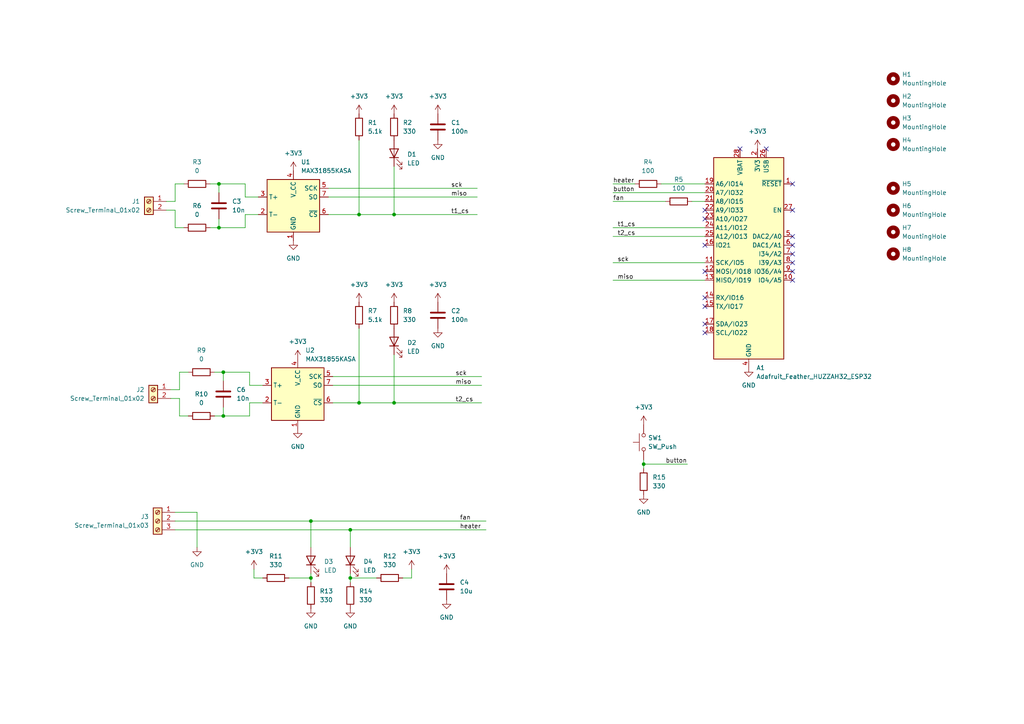
<source format=kicad_sch>
(kicad_sch (version 20230121) (generator eeschema)
  (paper "A4")
  (lib_symbols
    (symbol "Connector:Screw_Terminal_01x02" (pin_names (offset 1.016) hide)
      (property "Reference" "J" (at 0 2.54 0))
      (property "Value" "Screw_Terminal_01x02" (at 0 -5.08 0))
      (symbol "Screw_Terminal_01x02_1_1"
        (rectangle (start -1.27 1.27) (end 1.27 -3.81) (stroke (width 0.254)) (fill (type background)))
        (circle (center 0 -2.54) (radius 0.635) (stroke (width 0.1524)))
        (polyline (pts (xy -0.5334 -2.2098) (xy 0.3302 -3.048)) (stroke (width 0.1524)))
        (polyline (pts (xy -0.5334 0.3302) (xy 0.3302 -0.508)) (stroke (width 0.1524)))
        (polyline (pts (xy -0.3556 -2.032) (xy 0.508 -2.8702)) (stroke (width 0.1524)))
        (polyline (pts (xy -0.3556 0.508) (xy 0.508 -0.3302)) (stroke (width 0.1524)))
        (circle (center 0 0) (radius 0.635) (stroke (width 0.1524)))
        (pin passive line (at -5.08 0 0) (length 3.81) (name "Pin_1") (number "1"))
        (pin passive line (at -5.08 -2.54 0) (length 3.81) (name "Pin_2") (number "2"))
      )
    )
    (symbol "Connector:Screw_Terminal_01x03" (pin_names (offset 1.016) hide)
      (property "Reference" "J" (at 0 5.08 0))
      (property "Value" "Screw_Terminal_01x03" (at 0 -5.08 0))
      (symbol "Screw_Terminal_01x03_1_1"
        (rectangle (start -1.27 3.81) (end 1.27 -3.81) (stroke (width 0.254)) (fill (type background)))
        (circle (center 0 -2.54) (radius 0.635) (stroke (width 0.1524)))
        (polyline (pts (xy -0.5334 -2.2098) (xy 0.3302 -3.048)) (stroke (width 0.1524)))
        (polyline (pts (xy -0.5334 0.3302) (xy 0.3302 -0.508)) (stroke (width 0.1524)))
        (polyline (pts (xy -0.5334 2.8702) (xy 0.3302 2.032)) (stroke (width 0.1524)))
        (polyline (pts (xy -0.3556 -2.032) (xy 0.508 -2.8702)) (stroke (width 0.1524)))
        (polyline (pts (xy -0.3556 0.508) (xy 0.508 -0.3302)) (stroke (width 0.1524)))
        (polyline (pts (xy -0.3556 3.048) (xy 0.508 2.2098)) (stroke (width 0.1524)))
        (circle (center 0 0) (radius 0.635) (stroke (width 0.1524)))
        (circle (center 0 2.54) (radius 0.635) (stroke (width 0.1524)))
        (pin passive line (at -5.08 2.54 0) (length 3.81) (name "Pin_1") (number "1"))
        (pin passive line (at -5.08 0 0) (length 3.81) (name "Pin_2") (number "2"))
        (pin passive line (at -5.08 -2.54 0) (length 3.81) (name "Pin_3") (number "3"))
      )
    )
    (symbol "Device:C" (pin_numbers hide) (pin_names (offset 0.254))
      (property "Reference" "C" (at 0.635 2.54 0))
      (property "Value" "C" (at 0.635 -2.54 0))
      (symbol "C_0_1"
        (polyline (pts (xy -2.032 -0.762) (xy 2.032 -0.762)) (stroke (width 0.508)))
        (polyline (pts (xy -2.032 0.762) (xy 2.032 0.762)) (stroke (width 0.508)))
      )
      (symbol "C_1_1"
        (pin passive line (at 0 3.81 270) (length 2.794) (name "~") (number "1"))
        (pin passive line (at 0 -3.81 90) (length 2.794) (name "~") (number "2"))
      )
    )
    (symbol "Device:LED" (pin_numbers hide) (pin_names (offset 1.016) hide)
      (property "Reference" "D" (at 0 2.54 0))
      (property "Value" "LED" (at 0 -2.54 0))
      (symbol "LED_0_1"
        (polyline (pts (xy -1.27 -1.27) (xy -1.27 1.27)) (stroke (width 0.254)))
        (polyline (pts (xy -1.27 0) (xy 1.27 0)))
        (polyline (pts (xy 1.27 -1.27) (xy 1.27 1.27) (xy -1.27 0) (xy 1.27 -1.27)) (stroke (width 0.254)))
        (polyline (pts (xy -3.048 -0.762) (xy -4.572 -2.286) (xy -3.81 -2.286) (xy -4.572 -2.286) (xy -4.572 -1.524)))
        (polyline (pts (xy -1.778 -0.762) (xy -3.302 -2.286) (xy -2.54 -2.286) (xy -3.302 -2.286) (xy -3.302 -1.524)))
      )
      (symbol "LED_1_1"
        (pin passive line (at -3.81 0 0) (length 2.54) (name "K") (number "1"))
        (pin passive line (at 3.81 0 180) (length 2.54) (name "A") (number "2"))
      )
    )
    (symbol "Device:R" (pin_numbers hide) (pin_names (offset 0))
      (property "Reference" "R" (at 2.032 0 90))
      (property "Value" "R" (at 0 0 90))
      (symbol "R_0_1"
        (rectangle (start -1.016 -2.54) (end 1.016 2.54) (stroke (width 0.254)))
      )
      (symbol "R_1_1"
        (pin passive line (at 0 3.81 270) (length 1.27) (name "~") (number "1"))
        (pin passive line (at 0 -3.81 90) (length 1.27) (name "~") (number "2"))
      )
    )
    (symbol "MCU_Module:Adafruit_Feather_HUZZAH32_ESP32"
      (property "Reference" "A" (at -10.16 29.21 0))
      (property "Value" "Adafruit_Feather_HUZZAH32_ESP32" (at 2.54 -31.75 0))
      (symbol "Adafruit_Feather_HUZZAH32_ESP32_0_1"
        (rectangle (start -10.16 27.94) (end 10.16 -30.48) (stroke (width 0.254)) (fill (type background)))
      )
      (symbol "Adafruit_Feather_HUZZAH32_ESP32_1_1"
        (pin input line (at 12.7 20.32 180) (length 2.54) (name "~{RESET}") (number "1"))
        (pin bidirectional line (at 12.7 -7.62 180) (length 2.54) (name "IO4/A5") (number "10"))
        (pin bidirectional line (at -12.7 -2.54 0) (length 2.54) (name "SCK/IO5") (number "11"))
        (pin bidirectional line (at -12.7 -5.08 0) (length 2.54) (name "MOSI/IO18") (number "12"))
        (pin bidirectional line (at -12.7 -7.62 0) (length 2.54) (name "MISO/IO19") (number "13"))
        (pin bidirectional line (at -12.7 -12.7 0) (length 2.54) (name "RX/IO16") (number "14"))
        (pin bidirectional line (at -12.7 -15.24 0) (length 2.54) (name "TX/IO17") (number "15"))
        (pin bidirectional line (at -12.7 2.54 0) (length 2.54) (name "IO21") (number "16"))
        (pin bidirectional line (at -12.7 -20.32 0) (length 2.54) (name "SDA/IO23") (number "17"))
        (pin bidirectional line (at -12.7 -22.86 0) (length 2.54) (name "SCL/IO22") (number "18"))
        (pin bidirectional line (at -12.7 20.32 0) (length 2.54) (name "A6/IO14") (number "19"))
        (pin power_in line (at 2.54 30.48 270) (length 2.54) (name "3V3") (number "2"))
        (pin bidirectional line (at -12.7 17.78 0) (length 2.54) (name "A7/IO32") (number "20"))
        (pin bidirectional line (at -12.7 15.24 0) (length 2.54) (name "A8/IO15") (number "21"))
        (pin bidirectional line (at -12.7 12.7 0) (length 2.54) (name "A9/IO33") (number "22"))
        (pin bidirectional line (at -12.7 10.16 0) (length 2.54) (name "A10/IO27") (number "23"))
        (pin bidirectional line (at -12.7 7.62 0) (length 2.54) (name "A11/IO12") (number "24"))
        (pin bidirectional line (at -12.7 5.08 0) (length 2.54) (name "A12/IO13") (number "25"))
        (pin power_in line (at 5.08 30.48 270) (length 2.54) (name "USB") (number "26"))
        (pin input line (at 12.7 12.7 180) (length 2.54) (name "EN") (number "27"))
        (pin power_in line (at -2.54 30.48 270) (length 2.54) (name "VBAT") (number "28"))
        (pin no_connect line (at 10.16 10.16 180) (length 2.54) hide (name "NC") (number "3"))
        (pin power_in line (at 0 -33.02 90) (length 2.54) (name "GND") (number "4"))
        (pin bidirectional line (at 12.7 5.08 180) (length 2.54) (name "DAC2/A0") (number "5"))
        (pin bidirectional line (at 12.7 2.54 180) (length 2.54) (name "DAC1/A1") (number "6"))
        (pin bidirectional line (at 12.7 0 180) (length 2.54) (name "I34/A2") (number "7"))
        (pin bidirectional line (at 12.7 -2.54 180) (length 2.54) (name "I39/A3") (number "8"))
        (pin bidirectional line (at 12.7 -5.08 180) (length 2.54) (name "IO36/A4") (number "9"))
      )
    )
    (symbol "Mechanical:MountingHole" (pin_names (offset 1.016))
      (property "Reference" "H" (at 0 5.08 0))
      (property "Value" "MountingHole" (at 0 3.175 0))
      (symbol "MountingHole_0_1"
        (circle (center 0 0) (radius 1.27) (stroke (width 1.27)))
      )
    )
    (symbol "Sensor_Temperature:MAX31855KASA"
      (property "Reference" "U" (at -7.62 8.89 0))
      (property "Value" "MAX31855KASA" (at 1.27 8.89 0))
      (symbol "MAX31855KASA_0_1"
        (rectangle (start -7.62 7.62) (end 7.62 -7.62) (stroke (width 0.254)) (fill (type background)))
      )
      (symbol "MAX31855KASA_1_1"
        (pin power_in line (at 0 -10.16 90) (length 2.54) (name "GND") (number "1"))
        (pin passive line (at -10.16 -2.54 0) (length 2.54) (name "T-") (number "2"))
        (pin passive line (at -10.16 2.54 0) (length 2.54) (name "T+") (number "3"))
        (pin power_in line (at 0 10.16 270) (length 2.54) (name "V_CC") (number "4"))
        (pin input line (at 10.16 5.08 180) (length 2.54) (name "SCK") (number "5"))
        (pin input line (at 10.16 -2.54 180) (length 2.54) (name "~{CS}") (number "6"))
        (pin tri_state line (at 10.16 2.54 180) (length 2.54) (name "SO") (number "7"))
      )
    )
    (symbol "Switch:SW_Push" (pin_numbers hide) (pin_names (offset 1.016) hide)
      (property "Reference" "SW" (at 1.27 2.54 0))
      (property "Value" "SW_Push" (at 0 -1.524 0))
      (symbol "SW_Push_0_1"
        (circle (center -2.032 0) (radius 0.508))
        (polyline (pts (xy 0 1.27) (xy 0 3.048)))
        (polyline (pts (xy 2.54 1.27) (xy -2.54 1.27)))
        (circle (center 2.032 0) (radius 0.508))
        (pin passive line (at -5.08 0 0) (length 2.54) (name "1") (number "1"))
        (pin passive line (at 5.08 0 180) (length 2.54) (name "2") (number "2"))
      )
    )
    (symbol "power:+3V3" (power) (pin_names (offset 0))
      (property "Value" "+3V3" (at 0 3.556 0))
      (symbol "+3V3_0_1"
        (polyline (pts (xy -0.762 1.27) (xy 0 2.54)))
        (polyline (pts (xy 0 0) (xy 0 2.54)))
        (polyline (pts (xy 0 2.54) (xy 0.762 1.27)))
      )
      (symbol "+3V3_1_1"
        (pin power_in line (at 0 0 90) (length 0) hide (name "+3V3") (number "1"))
      )
    )
    (symbol "power:GND" (power) (pin_names (offset 0))
      (property "Value" "GND" (at 0 -3.81 0))
      (symbol "GND_0_1"
        (polyline (pts (xy 0 0) (xy 0 -1.27) (xy 1.27 -1.27) (xy 0 -2.54) (xy -1.27 -1.27) (xy 0 -1.27)))
      )
      (symbol "GND_1_1"
        (pin power_in line (at 0 0 270) (length 0) hide (name "GND") (number "1"))
      )
    )
  )
  (junction (at 104.14 62.23))
  (junction (at 101.6 153.67))
  (junction (at 90.17 167.64))
  (junction (at 63.5 53.34))
  (junction (at 64.77 120.65))
  (junction (at 64.77 107.95))
  (junction (at 104.14 116.84))
  (junction (at 90.17 151.13))
  (junction (at 63.5 66.04))
  (junction (at 186.69 134.62))
  (junction (at 114.3 116.84))
  (junction (at 114.3 62.23))
  (junction (at 101.6 167.64))
  (no_connect (at 204.47 86.36))
  (no_connect (at 204.47 96.52))
  (no_connect (at 229.87 60.96))
  (no_connect (at 222.25 43.18))
  (no_connect (at 229.87 53.34))
  (no_connect (at 204.47 93.98))
  (no_connect (at 229.87 76.2))
  (no_connect (at 204.47 78.74))
  (no_connect (at 229.87 81.28))
  (no_connect (at 204.47 71.12))
  (no_connect (at 204.47 63.5))
  (no_connect (at 229.87 68.58))
  (no_connect (at 214.63 43.18))
  (no_connect (at 229.87 73.66))
  (no_connect (at 229.87 71.12))
  (no_connect (at 204.47 88.9))
  (no_connect (at 204.47 60.96))
  (no_connect (at 229.87 78.74))
  (wire (pts (xy 50.8 53.34) (xy 53.34 53.34)))
  (wire (pts (xy 76.2 116.84) (xy 72.39 116.84)))
  (wire (pts (xy 114.3 62.23) (xy 138.43 62.23)))
  (wire (pts (xy 104.14 95.25) (xy 104.14 116.84)))
  (wire (pts (xy 60.96 53.34) (xy 63.5 53.34)))
  (wire (pts (xy 177.8 55.88) (xy 204.47 55.88)))
  (wire (pts (xy 116.84 167.64) (xy 119.38 167.64)))
  (wire (pts (xy 177.8 81.28) (xy 204.47 81.28)))
  (wire (pts (xy 114.3 116.84) (xy 139.7 116.84)))
  (wire (pts (xy 52.07 115.57) (xy 52.07 120.65)))
  (wire (pts (xy 101.6 153.67) (xy 101.6 158.75)))
  (wire (pts (xy 64.77 120.65) (xy 72.39 120.65)))
  (wire (pts (xy 72.39 111.76) (xy 72.39 107.95)))
  (wire (pts (xy 64.77 120.65) (xy 64.77 118.11)))
  (wire (pts (xy 186.69 133.35) (xy 186.69 134.62)))
  (wire (pts (xy 101.6 168.91) (xy 101.6 167.64)))
  (wire (pts (xy 186.69 134.62) (xy 199.39 134.62)))
  (wire (pts (xy 101.6 153.67) (xy 140.97 153.67)))
  (wire (pts (xy 63.5 66.04) (xy 63.5 63.5)))
  (wire (pts (xy 90.17 151.13) (xy 90.17 158.75)))
  (wire (pts (xy 71.12 62.23) (xy 71.12 66.04)))
  (wire (pts (xy 48.26 58.42) (xy 50.8 58.42)))
  (wire (pts (xy 96.52 116.84) (xy 104.14 116.84)))
  (wire (pts (xy 50.8 153.67) (xy 101.6 153.67)))
  (wire (pts (xy 52.07 107.95) (xy 54.61 107.95)))
  (wire (pts (xy 60.96 66.04) (xy 63.5 66.04)))
  (wire (pts (xy 72.39 116.84) (xy 72.39 120.65)))
  (wire (pts (xy 104.14 40.64) (xy 104.14 62.23)))
  (wire (pts (xy 63.5 53.34) (xy 71.12 53.34)))
  (wire (pts (xy 177.8 58.42) (xy 193.04 58.42)))
  (wire (pts (xy 52.07 113.03) (xy 52.07 107.95)))
  (wire (pts (xy 76.2 111.76) (xy 72.39 111.76)))
  (wire (pts (xy 50.8 58.42) (xy 50.8 53.34)))
  (wire (pts (xy 96.52 109.22) (xy 139.7 109.22)))
  (wire (pts (xy 74.93 62.23) (xy 71.12 62.23)))
  (wire (pts (xy 62.23 107.95) (xy 64.77 107.95)))
  (wire (pts (xy 177.8 68.58) (xy 204.47 68.58)))
  (wire (pts (xy 104.14 116.84) (xy 114.3 116.84)))
  (wire (pts (xy 73.66 165.1) (xy 73.66 167.64)))
  (wire (pts (xy 177.8 53.34) (xy 184.15 53.34)))
  (wire (pts (xy 74.93 57.15) (xy 71.12 57.15)))
  (wire (pts (xy 64.77 107.95) (xy 72.39 107.95)))
  (wire (pts (xy 186.69 134.62) (xy 186.69 135.89)))
  (wire (pts (xy 83.82 167.64) (xy 90.17 167.64)))
  (wire (pts (xy 101.6 167.64) (xy 101.6 166.37)))
  (wire (pts (xy 95.25 54.61) (xy 138.43 54.61)))
  (wire (pts (xy 96.52 111.76) (xy 139.7 111.76)))
  (wire (pts (xy 90.17 168.91) (xy 90.17 167.64)))
  (wire (pts (xy 177.8 66.04) (xy 204.47 66.04)))
  (wire (pts (xy 57.15 148.59) (xy 50.8 148.59)))
  (wire (pts (xy 73.66 167.64) (xy 76.2 167.64)))
  (wire (pts (xy 63.5 66.04) (xy 71.12 66.04)))
  (wire (pts (xy 48.26 60.96) (xy 50.8 60.96)))
  (wire (pts (xy 104.14 62.23) (xy 114.3 62.23)))
  (wire (pts (xy 101.6 167.64) (xy 109.22 167.64)))
  (wire (pts (xy 50.8 66.04) (xy 53.34 66.04)))
  (wire (pts (xy 114.3 62.23) (xy 114.3 48.26)))
  (wire (pts (xy 49.53 115.57) (xy 52.07 115.57)))
  (wire (pts (xy 63.5 53.34) (xy 63.5 55.88)))
  (wire (pts (xy 64.77 107.95) (xy 64.77 110.49)))
  (wire (pts (xy 71.12 57.15) (xy 71.12 53.34)))
  (wire (pts (xy 49.53 113.03) (xy 52.07 113.03)))
  (wire (pts (xy 50.8 151.13) (xy 90.17 151.13)))
  (wire (pts (xy 119.38 167.64) (xy 119.38 165.1)))
  (wire (pts (xy 114.3 102.87) (xy 114.3 116.84)))
  (wire (pts (xy 95.25 57.15) (xy 138.43 57.15)))
  (wire (pts (xy 90.17 151.13) (xy 140.97 151.13)))
  (wire (pts (xy 50.8 60.96) (xy 50.8 66.04)))
  (wire (pts (xy 57.15 148.59) (xy 57.15 158.75)))
  (wire (pts (xy 177.8 76.2) (xy 204.47 76.2)))
  (wire (pts (xy 62.23 120.65) (xy 64.77 120.65)))
  (wire (pts (xy 95.25 62.23) (xy 104.14 62.23)))
  (wire (pts (xy 52.07 120.65) (xy 54.61 120.65)))
  (wire (pts (xy 200.66 58.42) (xy 204.47 58.42)))
  (wire (pts (xy 90.17 167.64) (xy 90.17 166.37)))
  (wire (pts (xy 191.77 53.34) (xy 204.47 53.34)))
  (label "heater" (at 177.8 53.34 0))
  (label "t2_cs" (at 179.07 68.58 0))
  (label "button" (at 177.8 55.88 0))
  (label "fan" (at 177.8 58.42 0))
  (label "miso" (at 132.08 111.76 0))
  (label "t1_cs" (at 179.07 66.04 0))
  (label "sck" (at 132.08 109.22 0))
  (label "button" (at 193.04 134.62 0))
  (label "miso" (at 179.07 81.28 0))
  (label "t1_cs" (at 130.81 62.23 0))
  (label "heater" (at 133.35 153.67 0))
  (label "t2_cs" (at 132.08 116.84 0))
  (label "sck" (at 179.07 76.2 0))
  (label "miso" (at 130.81 57.15 0))
  (label "fan" (at 133.35 151.13 0))
  (label "sck" (at 130.81 54.61 0))
  (symbol (lib_id "Device:C") (at 129.54 170.18 0) (unit 1)
    (property "Reference" "C4" (at 133.35 168.91 0) (effects (justify left)))
    (property "Value" "10u" (at 133.35 171.45 0) (effects (justify left)))
    (property "Footprint" "Capacitor_SMD:C_0805_2012Metric_Pad1.18x1.45mm_HandSolder" (effects hide))
  )
  (symbol (lib_id "power:+3V3") (at 127 87.63 0) (unit 1)
    (property "Reference" "#PWR04" (effects hide))
    (property "Value" "+3V3" (at 127 82.55 0))
  )
  (symbol (lib_id "Mechanical:MountingHole") (at 259.08 60.96 0) (unit 1)
    (property "Reference" "H6" (at 261.62 59.69 0) (effects (justify left)))
    (property "Value" "MountingHole" (at 261.62 62.23 0) (effects (justify left)))
    (property "Footprint" "MountingHole:MountingHole_3.2mm_M3" (effects hide))
  )
  (symbol (lib_id "Mechanical:MountingHole") (at 259.08 41.91 0) (unit 1)
    (property "Reference" "H4" (at 261.62 40.64 0) (effects (justify left)))
    (property "Value" "MountingHole" (at 261.62 43.18 0) (effects (justify left)))
    (property "Footprint" "MountingHole:MountingHole_2.5mm" (effects hide))
  )
  (symbol (lib_id "Device:R") (at 114.3 36.83 180) (unit 1)
    (property "Reference" "R2" (at 116.84 35.56 0) (effects (justify right)))
    (property "Value" "330" (at 116.84 38.1 0) (effects (justify right)))
    (property "Footprint" "Resistor_SMD:R_0805_2012Metric_Pad1.20x1.40mm_HandSolder" (effects hide))
  )
  (symbol (lib_id "Device:R") (at 114.3 91.44 180) (unit 1)
    (property "Reference" "R8" (at 116.84 90.17 0) (effects (justify right)))
    (property "Value" "330" (at 116.84 92.71 0) (effects (justify right)))
    (property "Footprint" "Resistor_SMD:R_0805_2012Metric_Pad1.20x1.40mm_HandSolder" (effects hide))
  )
  (symbol (lib_id "Device:R") (at 80.01 167.64 270) (unit 1)
    (property "Reference" "R11" (at 80.01 161.29 90))
    (property "Value" "330" (at 80.01 163.83 90))
    (property "Footprint" "Resistor_SMD:R_0805_2012Metric_Pad1.20x1.40mm_HandSolder" (effects hide))
  )
  (symbol (lib_id "power:GND") (at 127 40.64 0) (unit 1)
    (property "Reference" "#PWR05" (effects hide))
    (property "Value" "GND" (at 127 45.72 0))
  )
  (symbol (lib_id "power:+3V3") (at 186.69 123.19 0) (unit 1)
    (property "Reference" "#PWR013" (effects hide))
    (property "Value" "+3V3" (at 186.69 118.11 0))
  )
  (symbol (lib_id "Device:R") (at 90.17 172.72 180) (unit 1)
    (property "Reference" "R13" (at 92.71 171.45 0) (effects (justify right)))
    (property "Value" "330" (at 92.71 173.99 0) (effects (justify right)))
    (property "Footprint" "Resistor_SMD:R_0805_2012Metric_Pad1.20x1.40mm_HandSolder" (effects hide))
  )
  (symbol (lib_id "Device:C") (at 127 91.44 0) (unit 1)
    (property "Reference" "C2" (at 130.81 90.17 0) (effects (justify left)))
    (property "Value" "100n" (at 130.81 92.71 0) (effects (justify left)))
    (property "Footprint" "Capacitor_SMD:C_0805_2012Metric_Pad1.18x1.45mm_HandSolder" (effects hide))
  )
  (symbol (lib_id "Mechanical:MountingHole") (at 259.08 67.31 0) (unit 1)
    (property "Reference" "H7" (at 261.62 66.04 0) (effects (justify left)))
    (property "Value" "MountingHole" (at 261.62 68.58 0) (effects (justify left)))
    (property "Footprint" "MountingHole:MountingHole_3.2mm_M3" (effects hide))
  )
  (symbol (lib_id "Switch:SW_Push") (at 186.69 128.27 90) (unit 1)
    (property "Reference" "SW1" (at 187.96 127 90) (effects (justify right)))
    (property "Value" "SW_Push" (at 187.96 129.54 90) (effects (justify right)))
    (property "Footprint" "Button_Switch_SMD:SW_SPST_B3S-1000" (effects hide))
  )
  (symbol (lib_id "Mechanical:MountingHole") (at 259.08 73.66 0) (unit 1)
    (property "Reference" "H8" (at 261.62 72.39 0) (effects (justify left)))
    (property "Value" "MountingHole" (at 261.62 74.93 0) (effects (justify left)))
    (property "Footprint" "MountingHole:MountingHole_3.2mm_M3" (effects hide))
  )
  (symbol (lib_id "Device:C") (at 63.5 59.69 0) (unit 1)
    (property "Reference" "C3" (at 67.31 58.42 0) (effects (justify left)))
    (property "Value" "10n" (at 67.31 60.96 0) (effects (justify left)))
    (property "Footprint" "Capacitor_SMD:C_0805_2012Metric_Pad1.18x1.45mm_HandSolder" (effects hide))
  )
  (symbol (lib_id "Device:R") (at 104.14 36.83 180) (unit 1)
    (property "Reference" "R1" (at 106.68 35.56 0) (effects (justify right)))
    (property "Value" "5.1k" (at 106.68 38.1 0) (effects (justify right)))
    (property "Footprint" "Resistor_SMD:R_0805_2012Metric_Pad1.20x1.40mm_HandSolder" (effects hide))
  )
  (symbol (lib_id "power:+3V3") (at 104.14 33.02 0) (unit 1)
    (property "Reference" "#PWR01" (effects hide))
    (property "Value" "+3V3" (at 104.14 27.94 0))
  )
  (symbol (lib_id "power:GND") (at 217.17 106.68 0) (unit 1)
    (property "Reference" "#PWR017" (effects hide))
    (property "Value" "GND" (at 217.17 111.76 0))
  )
  (symbol (lib_id "power:GND") (at 127 95.25 0) (unit 1)
    (property "Reference" "#PWR06" (effects hide))
    (property "Value" "GND" (at 127 100.33 0))
  )
  (symbol (lib_id "power:+3V3") (at 104.14 87.63 0) (unit 1)
    (property "Reference" "#PWR010" (effects hide))
    (property "Value" "+3V3" (at 104.14 82.55 0))
  )
  (symbol (lib_id "power:GND") (at 129.54 173.99 0) (unit 1)
    (property "Reference" "#PWR015" (effects hide))
    (property "Value" "GND" (at 129.54 179.07 0))
  )
  (symbol (lib_id "Mechanical:MountingHole") (at 259.08 35.56 0) (unit 1)
    (property "Reference" "H3" (at 261.62 34.29 0) (effects (justify left)))
    (property "Value" "MountingHole" (at 261.62 36.83 0) (effects (justify left)))
    (property "Footprint" "MountingHole:MountingHole_2.5mm" (effects hide))
  )
  (symbol (lib_id "Connector:Screw_Terminal_01x02") (at 43.18 58.42 0) (mirror y) (unit 1)
    (property "Reference" "J1" (at 40.64 58.42 0) (effects (justify left)))
    (property "Value" "Screw_Terminal_01x02" (at 40.64 60.96 0) (effects (justify left)))
    (property "Footprint" "TerminalBlock_TE-Connectivity:TerminalBlock_TE_282834-2_1x02_P2.54mm_Horizontal" (effects hide))
  )
  (symbol (lib_id "Device:R") (at 113.03 167.64 270) (unit 1)
    (property "Reference" "R12" (at 113.03 161.29 90))
    (property "Value" "330" (at 113.03 163.83 90))
    (property "Footprint" "Resistor_SMD:R_0805_2012Metric_Pad1.20x1.40mm_HandSolder" (effects hide))
  )
  (symbol (lib_id "power:GND") (at 186.69 143.51 0) (unit 1)
    (property "Reference" "#PWR012" (effects hide))
    (property "Value" "GND" (at 186.69 148.59 0))
  )
  (symbol (lib_id "power:GND") (at 101.6 176.53 0) (unit 1)
    (property "Reference" "#PWR023" (effects hide))
    (property "Value" "GND" (at 101.6 181.61 0))
  )
  (symbol (lib_id "Device:R") (at 196.85 58.42 270) (unit 1)
    (property "Reference" "R5" (at 196.85 52.07 90))
    (property "Value" "100" (at 196.85 54.61 90))
    (property "Footprint" "Resistor_SMD:R_0805_2012Metric_Pad1.20x1.40mm_HandSolder" (effects hide))
  )
  (symbol (lib_id "Device:R") (at 58.42 107.95 90) (unit 1)
    (property "Reference" "R9" (at 58.42 101.6 90))
    (property "Value" "0" (at 58.42 104.14 90))
    (property "Footprint" "Resistor_SMD:R_0805_2012Metric_Pad1.20x1.40mm_HandSolder" (effects hide))
  )
  (symbol (lib_id "power:+3V3") (at 127 33.02 0) (unit 1)
    (property "Reference" "#PWR03" (effects hide))
    (property "Value" "+3V3" (at 127 27.94 0))
  )
  (symbol (lib_id "Device:R") (at 104.14 91.44 180) (unit 1)
    (property "Reference" "R7" (at 106.68 90.17 0) (effects (justify right)))
    (property "Value" "5.1k" (at 106.68 92.71 0) (effects (justify right)))
    (property "Footprint" "Resistor_SMD:R_0805_2012Metric_Pad1.20x1.40mm_HandSolder" (effects hide))
  )
  (symbol (lib_id "power:GND") (at 90.17 176.53 0) (unit 1)
    (property "Reference" "#PWR022" (effects hide))
    (property "Value" "GND" (at 90.17 181.61 0))
  )
  (symbol (lib_id "Sensor_Temperature:MAX31855KASA") (at 86.36 114.3 0) (unit 1)
    (property "Reference" "U2" (at 88.5541 101.6 0) (effects (justify left)))
    (property "Value" "MAX31855KASA" (at 88.5541 104.14 0) (effects (justify left)))
    (property "Footprint" "Package_SO:SOIC-8_3.9x4.9mm_P1.27mm" (effects hide))
    (property "Datasheet" "http://datasheets.maximintegrated.com/en/ds/MAX31855.pdf" (effects hide))
  )
  (symbol (lib_id "Device:R") (at 186.69 139.7 0) (unit 1)
    (property "Reference" "R15" (at 189.23 138.43 0) (effects (justify left)))
    (property "Value" "330" (at 189.23 140.97 0) (effects (justify left)))
    (property "Footprint" "Resistor_SMD:R_0805_2012Metric_Pad1.20x1.40mm_HandSolder" (effects hide))
  )
  (symbol (lib_id "Device:R") (at 187.96 53.34 270) (unit 1)
    (property "Reference" "R4" (at 187.96 46.99 90))
    (property "Value" "100" (at 187.96 49.53 90))
    (property "Footprint" "Resistor_SMD:R_0805_2012Metric_Pad1.20x1.40mm_HandSolder" (effects hide))
  )
  (symbol (lib_id "power:+3V3") (at 129.54 166.37 0) (unit 1)
    (property "Reference" "#PWR014" (effects hide))
    (property "Value" "+3V3" (at 129.54 161.29 0))
  )
  (symbol (lib_id "Device:R") (at 57.15 53.34 90) (unit 1)
    (property "Reference" "R3" (at 57.15 46.99 90))
    (property "Value" "0" (at 57.15 49.53 90))
    (property "Footprint" "Resistor_SMD:R_0805_2012Metric_Pad1.20x1.40mm_HandSolder" (effects hide))
  )
  (symbol (lib_id "Device:LED") (at 101.6 162.56 90) (unit 1)
    (property "Reference" "D4" (at 105.41 162.8775 90) (effects (justify right)))
    (property "Value" "LED" (at 105.41 165.4175 90) (effects (justify right)))
    (property "Footprint" "LED_SMD:LED_0805_2012Metric_Pad1.15x1.40mm_HandSolder" (effects hide))
  )
  (symbol (lib_id "Mechanical:MountingHole") (at 259.08 54.61 0) (unit 1)
    (property "Reference" "H5" (at 261.62 53.34 0) (effects (justify left)))
    (property "Value" "MountingHole" (at 261.62 55.88 0) (effects (justify left)))
    (property "Footprint" "MountingHole:MountingHole_3.2mm_M3" (effects hide))
  )
  (symbol (lib_id "power:+3V3") (at 73.66 165.1 0) (unit 1)
    (property "Reference" "#PWR020" (effects hide))
    (property "Value" "+3V3" (at 73.66 160.02 0))
  )
  (symbol (lib_id "power:+3V3") (at 219.71 43.18 0) (unit 1)
    (property "Reference" "#PWR07" (effects hide))
    (property "Value" "+3V3" (at 219.71 38.1 0))
  )
  (symbol (lib_id "power:+3V3") (at 86.36 104.14 0) (unit 1)
    (property "Reference" "#PWR016" (effects hide))
    (property "Value" "+3V3" (at 86.36 99.06 0))
  )
  (symbol (lib_id "Device:LED") (at 90.17 162.56 90) (unit 1)
    (property "Reference" "D3" (at 93.98 162.8775 90) (effects (justify right)))
    (property "Value" "LED" (at 93.98 165.4175 90) (effects (justify right)))
    (property "Footprint" "LED_SMD:LED_0805_2012Metric_Pad1.15x1.40mm_HandSolder" (effects hide))
  )
  (symbol (lib_id "Mechanical:MountingHole") (at 259.08 29.21 0) (unit 1)
    (property "Reference" "H2" (at 261.62 27.94 0) (effects (justify left)))
    (property "Value" "MountingHole" (at 261.62 30.48 0) (effects (justify left)))
    (property "Footprint" "MountingHole:MountingHole_2.5mm" (effects hide))
  )
  (symbol (lib_id "Connector:Screw_Terminal_01x02") (at 44.45 113.03 0) (mirror y) (unit 1)
    (property "Reference" "J2" (at 41.91 113.03 0) (effects (justify left)))
    (property "Value" "Screw_Terminal_01x02" (at 41.91 115.57 0) (effects (justify left)))
    (property "Footprint" "TerminalBlock_TE-Connectivity:TerminalBlock_TE_282834-2_1x02_P2.54mm_Horizontal" (effects hide))
  )
  (symbol (lib_id "power:GND") (at 86.36 124.46 0) (unit 1)
    (property "Reference" "#PWR018" (effects hide))
    (property "Value" "GND" (at 86.36 129.54 0))
  )
  (symbol (lib_id "power:+3V3") (at 85.09 49.53 0) (unit 1)
    (property "Reference" "#PWR08" (effects hide))
    (property "Value" "+3V3" (at 85.09 44.45 0))
  )
  (symbol (lib_id "Device:C") (at 127 36.83 0) (unit 1)
    (property "Reference" "C1" (at 130.81 35.56 0) (effects (justify left)))
    (property "Value" "100n" (at 130.81 38.1 0) (effects (justify left)))
    (property "Footprint" "Capacitor_SMD:C_0805_2012Metric_Pad1.18x1.45mm_HandSolder" (effects hide))
  )
  (symbol (lib_id "Connector:Screw_Terminal_01x03") (at 45.72 151.13 0) (mirror y) (unit 1)
    (property "Reference" "J3" (at 43.18 149.86 0) (effects (justify left)))
    (property "Value" "Screw_Terminal_01x03" (at 43.18 152.4 0) (effects (justify left)))
    (property "Footprint" "TerminalBlock_TE-Connectivity:TerminalBlock_TE_282834-3_1x03_P2.54mm_Horizontal" (effects hide))
  )
  (symbol (lib_id "Device:R") (at 58.42 120.65 90) (unit 1)
    (property "Reference" "R10" (at 58.42 114.3 90))
    (property "Value" "0" (at 58.42 116.84 90))
    (property "Footprint" "Resistor_SMD:R_0805_2012Metric_Pad1.20x1.40mm_HandSolder" (effects hide))
  )
  (symbol (lib_id "Device:LED") (at 114.3 44.45 90) (unit 1)
    (property "Reference" "D1" (at 118.11 44.7675 90) (effects (justify right)))
    (property "Value" "LED" (at 118.11 47.3075 90) (effects (justify right)))
    (property "Footprint" "LED_SMD:LED_0805_2012Metric_Pad1.15x1.40mm_HandSolder" (effects hide))
  )
  (symbol (lib_id "Device:R") (at 57.15 66.04 90) (unit 1)
    (property "Reference" "R6" (at 57.15 59.69 90))
    (property "Value" "0" (at 57.15 62.23 90))
    (property "Footprint" "Resistor_SMD:R_0805_2012Metric_Pad1.20x1.40mm_HandSolder" (effects hide))
  )
  (symbol (lib_id "Device:LED") (at 114.3 99.06 90) (unit 1)
    (property "Reference" "D2" (at 118.11 99.3775 90) (effects (justify right)))
    (property "Value" "LED" (at 118.11 101.9175 90) (effects (justify right)))
    (property "Footprint" "LED_SMD:LED_0805_2012Metric_Pad1.15x1.40mm_HandSolder" (effects hide))
  )
  (symbol (lib_id "power:GND") (at 57.15 158.75 0) (unit 1)
    (property "Reference" "#PWR019" (effects hide))
    (property "Value" "GND" (at 57.15 163.83 0))
  )
  (symbol (lib_id "power:GND") (at 85.09 69.85 0) (unit 1)
    (property "Reference" "#PWR09" (effects hide))
    (property "Value" "GND" (at 85.09 74.93 0))
  )
  (symbol (lib_id "Device:C") (at 64.77 114.3 0) (unit 1)
    (property "Reference" "C6" (at 68.58 113.03 0) (effects (justify left)))
    (property "Value" "10n" (at 68.58 115.57 0) (effects (justify left)))
    (property "Footprint" "Capacitor_SMD:C_0805_2012Metric_Pad1.18x1.45mm_HandSolder" (effects hide))
  )
  (symbol (lib_id "Sensor_Temperature:MAX31855KASA") (at 85.09 59.69 0) (unit 1)
    (property "Reference" "U1" (at 87.2841 46.99 0) (effects (justify left)))
    (property "Value" "MAX31855KASA" (at 87.2841 49.53 0) (effects (justify left)))
    (property "Footprint" "Package_SO:SOIC-8_3.9x4.9mm_P1.27mm" (effects hide))
    (property "Datasheet" "http://datasheets.maximintegrated.com/en/ds/MAX31855.pdf" (effects hide))
  )
  (symbol (lib_id "MCU_Module:Adafruit_Feather_HUZZAH32_ESP32") (at 217.17 73.66 0) (unit 1)
    (property "Reference" "A1" (at 219.3641 106.68 0) (effects (justify left)))
    (property "Value" "Adafruit_Feather_HUZZAH32_ESP32" (at 219.3641 109.22 0) (effects (justify left)))
    (property "Footprint" "Module:Adafruit_Feather" (effects hide))
    (property "Datasheet" "https://cdn-learn.adafruit.com/downloads/pdf/adafruit-huzzah32-esp32-feather.pdf" (effects hide))
  )
  (symbol (lib_id "Mechanical:MountingHole") (at 259.08 22.86 0) (unit 1)
    (property "Reference" "H1" (at 261.62 21.59 0) (effects (justify left)))
    (property "Value" "MountingHole" (at 261.62 24.13 0) (effects (justify left)))
    (property "Footprint" "MountingHole:MountingHole_2.5mm" (effects hide))
  )
  (symbol (lib_id "Device:R") (at 101.6 172.72 180) (unit 1)
    (property "Reference" "R14" (at 104.14 171.45 0) (effects (justify right)))
    (property "Value" "330" (at 104.14 173.99 0) (effects (justify right)))
    (property "Footprint" "Resistor_SMD:R_0805_2012Metric_Pad1.20x1.40mm_HandSolder" (effects hide))
  )
  (symbol (lib_id "power:+3V3") (at 119.38 165.1 0) (unit 1)
    (property "Reference" "#PWR021" (effects hide))
    (property "Value" "+3V3" (at 119.38 160.02 0))
  )
  (symbol (lib_id "power:+3V3") (at 114.3 87.63 0) (unit 1)
    (property "Reference" "#PWR011" (effects hide))
    (property "Value" "+3V3" (at 114.3 82.55 0))
  )
  (symbol (lib_id "power:+3V3") (at 114.3 33.02 0) (unit 1)
    (property "Reference" "#PWR02" (effects hide))
    (property "Value" "+3V3" (at 114.3 27.94 0))
  )
)
</source>
